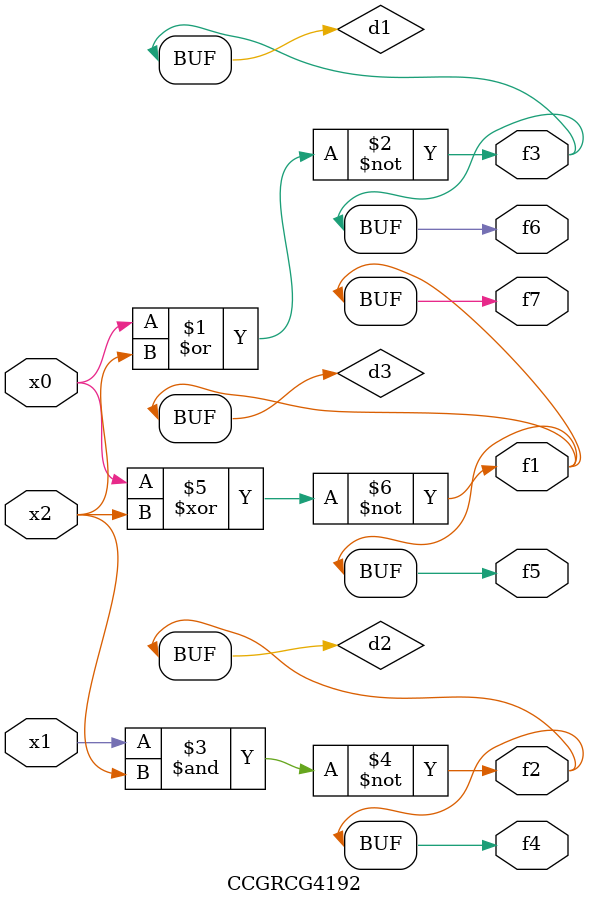
<source format=v>
module CCGRCG4192(
	input x0, x1, x2,
	output f1, f2, f3, f4, f5, f6, f7
);

	wire d1, d2, d3;

	nor (d1, x0, x2);
	nand (d2, x1, x2);
	xnor (d3, x0, x2);
	assign f1 = d3;
	assign f2 = d2;
	assign f3 = d1;
	assign f4 = d2;
	assign f5 = d3;
	assign f6 = d1;
	assign f7 = d3;
endmodule

</source>
